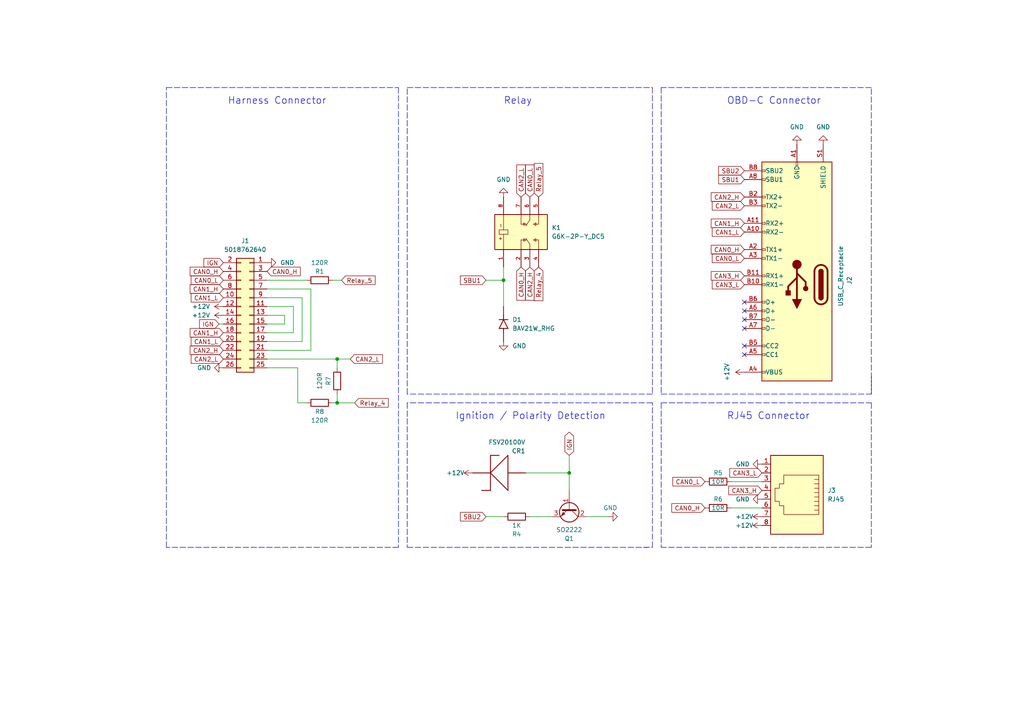
<source format=kicad_sch>
(kicad_sch (version 20211123) (generator eeschema)
  (paper "A4")
  (title_block (title "OBD-C Relay") (company "loetkolben"))
  (lib_symbols
    (symbol "BAV21W_RHG:BAV21W_RHG" (pin_numbers hide) (pin_names (offset 1.016) hide)
      (property "Reference" "D" (at -5.08 2.54 0))
      (property "Value" "BAV21W_RHG" (at -5.08 -3.81 0))
      (symbol "BAV21W_RHG_0_0"
        (polyline (pts (xy -2.54 0) (xy -1.27 0)) (stroke (width 0.254)))
        (polyline (pts (xy -1.27 -1.27) (xy 1.27 0)) (stroke (width 0.254)))
        (polyline (pts (xy -1.27 0) (xy -1.27 -1.27)) (stroke (width 0.254)))
        (polyline (pts (xy -1.27 1.27) (xy -1.27 0)) (stroke (width 0.254)))
        (polyline (pts (xy 1.27 0) (xy -1.27 1.27)) (stroke (width 0.254)))
        (polyline (pts (xy 1.27 0) (xy 1.27 -1.27)) (stroke (width 0.254)))
        (polyline (pts (xy 1.27 0) (xy 2.54 0)) (stroke (width 0.254)))
        (polyline (pts (xy 1.27 1.27) (xy 1.27 0)) (stroke (width 0.254)))
        (pin passive line (at -5.08 0 0) (length 2.54) (name "~") (number "A"))
        (pin passive line (at 5.08 0 180) (length 2.54) (name "~") (number "C"))
      )
    )
    (symbol "Connector:RJ45" (pin_names (offset 1.016))
      (property "Reference" "J" (at -5.08 13.97 0))
      (property "Value" "RJ45" (at 2.54 13.97 0))
      (symbol "RJ45_0_1"
        (polyline (pts (xy -5.08 4.445) (xy -6.35 4.445)))
        (polyline (pts (xy -5.08 5.715) (xy -6.35 5.715)))
        (polyline (pts (xy -6.35 -3.175) (xy -5.08 -3.175) (xy -5.08 -3.175)))
        (polyline (pts (xy -6.35 -1.905) (xy -5.08 -1.905) (xy -5.08 -1.905)))
        (polyline (pts (xy -6.35 -0.635) (xy -5.08 -0.635) (xy -5.08 -0.635)))
        (polyline (pts (xy -6.35 0.635) (xy -5.08 0.635) (xy -5.08 0.635)))
        (polyline (pts (xy -6.35 1.905) (xy -5.08 1.905) (xy -5.08 1.905)))
        (polyline (pts (xy -5.08 3.175) (xy -6.35 3.175) (xy -6.35 3.175)))
        (polyline (pts (xy -6.35 -4.445) (xy -6.35 6.985) (xy 3.81 6.985) (xy 3.81 4.445) (xy 5.08 4.445) (xy 5.08 3.175) (xy 6.35 3.175) (xy 6.35 -0.635) (xy 5.08 -0.635) (xy 5.08 -1.905) (xy 3.81 -1.905) (xy 3.81 -4.445) (xy -6.35 -4.445) (xy -6.35 -4.445)))
        (rectangle (start 7.62 12.7) (end -7.62 -10.16) (stroke (width 0.254)) (fill (type background)))
      )
      (symbol "RJ45_1_1"
        (pin passive line (at 10.16 -7.62 180) (length 2.54) (name "~") (number "1"))
        (pin passive line (at 10.16 -5.08 180) (length 2.54) (name "~") (number "2"))
        (pin passive line (at 10.16 -2.54 180) (length 2.54) (name "~") (number "3"))
        (pin passive line (at 10.16 0 180) (length 2.54) (name "~") (number "4"))
        (pin passive line (at 10.16 2.54 180) (length 2.54) (name "~") (number "5"))
        (pin passive line (at 10.16 5.08 180) (length 2.54) (name "~") (number "6"))
        (pin passive line (at 10.16 7.62 180) (length 2.54) (name "~") (number "7"))
        (pin passive line (at 10.16 10.16 180) (length 2.54) (name "~") (number "8"))
      )
    )
    (symbol "Connector:USB_C_Receptacle" (pin_names (offset 1.016))
      (property "Reference" "J" (at -10.16 29.21 0))
      (property "Value" "USB_C_Receptacle" (at 10.16 29.21 0))
      (symbol "USB_C_Receptacle_0_0"
        (rectangle (start -0.254 -35.56) (end 0.254 -34.544))
        (rectangle (start 10.16 -32.766) (end 9.144 -33.274))
        (rectangle (start 10.16 -30.226) (end 9.144 -30.734))
        (rectangle (start 10.16 -25.146) (end 9.144 -25.654))
        (rectangle (start 10.16 -22.606) (end 9.144 -23.114))
        (rectangle (start 10.16 -17.526) (end 9.144 -18.034))
        (rectangle (start 10.16 -14.986) (end 9.144 -15.494))
        (rectangle (start 10.16 -9.906) (end 9.144 -10.414))
        (rectangle (start 10.16 -7.366) (end 9.144 -7.874))
        (rectangle (start 10.16 -2.286) (end 9.144 -2.794))
        (rectangle (start 10.16 0.254) (end 9.144 -0.254))
        (rectangle (start 10.16 5.334) (end 9.144 4.826))
        (rectangle (start 10.16 7.874) (end 9.144 7.366))
        (rectangle (start 10.16 10.414) (end 9.144 9.906))
        (rectangle (start 10.16 12.954) (end 9.144 12.446))
        (rectangle (start 10.16 18.034) (end 9.144 17.526))
        (rectangle (start 10.16 20.574) (end 9.144 20.066))
        (rectangle (start 10.16 25.654) (end 9.144 25.146))
      )
      (symbol "USB_C_Receptacle_0_1"
        (rectangle (start -10.16 27.94) (end 10.16 -35.56) (stroke (width 0.254)) (fill (type background)))
        (arc (start -8.89 -3.81) (mid -6.985 -5.715) (end -5.08 -3.81) (stroke (width 0.508)))
        (arc (start -7.62 -3.81) (mid -6.985 -4.445) (end -6.35 -3.81) (stroke (width 0.254)))
        (arc (start -7.62 -3.81) (mid -6.985 -4.445) (end -6.35 -3.81) (stroke (width 0.254)) (fill (type outline)))
        (rectangle (start -7.62 -3.81) (end -6.35 3.81) (stroke (width 0.254)) (fill (type outline)))
        (arc (start -6.35 3.81) (mid -6.985 4.445) (end -7.62 3.81) (stroke (width 0.254)))
        (arc (start -6.35 3.81) (mid -6.985 4.445) (end -7.62 3.81) (stroke (width 0.254)) (fill (type outline)))
        (arc (start -5.08 3.81) (mid -6.985 5.715) (end -8.89 3.81) (stroke (width 0.508)))
        (polyline (pts (xy -8.89 -3.81) (xy -8.89 3.81)) (stroke (width 0.508)))
        (polyline (pts (xy -5.08 3.81) (xy -5.08 -3.81)) (stroke (width 0.508)))
      )
      (symbol "USB_C_Receptacle_1_1"
        (circle (center -2.54 1.143) (radius 0.635) (stroke (width 0.254)) (fill (type outline)))
        (circle (center 0 -5.842) (radius 1.27) (fill (type outline)))
        (polyline (pts (xy 0 -5.842) (xy 0 4.318)) (stroke (width 0.508)))
        (polyline (pts (xy 0 -3.302) (xy -2.54 -0.762) (xy -2.54 0.508)) (stroke (width 0.508)))
        (polyline (pts (xy 0 -2.032) (xy 2.54 0.508) (xy 2.54 1.778)) (stroke (width 0.508)))
        (polyline (pts (xy -1.27 4.318) (xy 0 6.858) (xy 1.27 4.318) (xy -1.27 4.318)) (stroke (width 0.254)) (fill (type outline)))
        (rectangle (start 1.905 1.778) (end 3.175 3.048) (stroke (width 0.254)) (fill (type outline)))
        (pin passive line (at 0 -40.64 90) (length 5.08) (name "GND") (number "A1"))
        (pin bidirectional line (at 15.24 -15.24 180) (length 5.08) (name "RX2-") (number "A10"))
        (pin bidirectional line (at 15.24 -17.78 180) (length 5.08) (name "RX2+") (number "A11"))
        (pin passive line (at 0 -40.64 90) (length 5.08) hide (name "GND") (number "A12"))
        (pin bidirectional line (at 15.24 -10.16 180) (length 5.08) (name "TX1+") (number "A2"))
        (pin bidirectional line (at 15.24 -7.62 180) (length 5.08) (name "TX1-") (number "A3"))
        (pin passive line (at 15.24 25.4 180) (length 5.08) (name "VBUS") (number "A4"))
        (pin bidirectional line (at 15.24 20.32 180) (length 5.08) (name "CC1") (number "A5"))
        (pin bidirectional line (at 15.24 7.62 180) (length 5.08) (name "D+") (number "A6"))
        (pin bidirectional line (at 15.24 12.7 180) (length 5.08) (name "D-") (number "A7"))
        (pin bidirectional line (at 15.24 -30.48 180) (length 5.08) (name "SBU1") (number "A8"))
        (pin passive line (at 15.24 25.4 180) (length 5.08) hide (name "VBUS") (number "A9"))
        (pin passive line (at 0 -40.64 90) (length 5.08) hide (name "GND") (number "B1"))
        (pin bidirectional line (at 15.24 0 180) (length 5.08) (name "RX1-") (number "B10"))
        (pin bidirectional line (at 15.24 -2.54 180) (length 5.08) (name "RX1+") (number "B11"))
        (pin passive line (at 0 -40.64 90) (length 5.08) hide (name "GND") (number "B12"))
        (pin bidirectional line (at 15.24 -25.4 180) (length 5.08) (name "TX2+") (number "B2"))
        (pin bidirectional line (at 15.24 -22.86 180) (length 5.08) (name "TX2-") (number "B3"))
        (pin passive line (at 15.24 25.4 180) (length 5.08) hide (name "VBUS") (number "B4"))
        (pin bidirectional line (at 15.24 17.78 180) (length 5.08) (name "CC2") (number "B5"))
        (pin bidirectional line (at 15.24 5.08 180) (length 5.08) (name "D+") (number "B6"))
        (pin bidirectional line (at 15.24 10.16 180) (length 5.08) (name "D-") (number "B7"))
        (pin bidirectional line (at 15.24 -33.02 180) (length 5.08) (name "SBU2") (number "B8"))
        (pin passive line (at 15.24 25.4 180) (length 5.08) hide (name "VBUS") (number "B9"))
        (pin passive line (at -7.62 -40.64 90) (length 5.08) (name "SHIELD") (number "S1"))
      )
    )
    (symbol "Connector_Generic:Conn_02x13_Odd_Even" (pin_names (offset 1.016) hide)
      (property "Reference" "J" (at 1.27 17.78 0))
      (property "Value" "Conn_02x13_Odd_Even" (at 1.27 -17.78 0))
      (symbol "Conn_02x13_Odd_Even_1_1"
        (rectangle (start -1.27 -15.113) (end 0 -15.367) (stroke (width 0.1524)))
        (rectangle (start -1.27 -12.573) (end 0 -12.827) (stroke (width 0.1524)))
        (rectangle (start -1.27 -10.033) (end 0 -10.287) (stroke (width 0.1524)))
        (rectangle (start -1.27 -7.493) (end 0 -7.747) (stroke (width 0.1524)))
        (rectangle (start -1.27 -4.953) (end 0 -5.207) (stroke (width 0.1524)))
        (rectangle (start -1.27 -2.413) (end 0 -2.667) (stroke (width 0.1524)))
        (rectangle (start -1.27 0.127) (end 0 -0.127) (stroke (width 0.1524)))
        (rectangle (start -1.27 2.667) (end 0 2.413) (stroke (width 0.1524)))
        (rectangle (start -1.27 5.207) (end 0 4.953) (stroke (width 0.1524)))
        (rectangle (start -1.27 7.747) (end 0 7.493) (stroke (width 0.1524)))
        (rectangle (start -1.27 10.287) (end 0 10.033) (stroke (width 0.1524)))
        (rectangle (start -1.27 12.827) (end 0 12.573) (stroke (width 0.1524)))
        (rectangle (start -1.27 15.367) (end 0 15.113) (stroke (width 0.1524)))
        (rectangle (start -1.27 16.51) (end 3.81 -16.51) (stroke (width 0.254)) (fill (type background)))
        (rectangle (start 3.81 -15.113) (end 2.54 -15.367) (stroke (width 0.1524)))
        (rectangle (start 3.81 -12.573) (end 2.54 -12.827) (stroke (width 0.1524)))
        (rectangle (start 3.81 -10.033) (end 2.54 -10.287) (stroke (width 0.1524)))
        (rectangle (start 3.81 -7.493) (end 2.54 -7.747) (stroke (width 0.1524)))
        (rectangle (start 3.81 -4.953) (end 2.54 -5.207) (stroke (width 0.1524)))
        (rectangle (start 3.81 -2.413) (end 2.54 -2.667) (stroke (width 0.1524)))
        (rectangle (start 3.81 0.127) (end 2.54 -0.127) (stroke (width 0.1524)))
        (rectangle (start 3.81 2.667) (end 2.54 2.413) (stroke (width 0.1524)))
        (rectangle (start 3.81 5.207) (end 2.54 4.953) (stroke (width 0.1524)))
        (rectangle (start 3.81 7.747) (end 2.54 7.493) (stroke (width 0.1524)))
        (rectangle (start 3.81 10.287) (end 2.54 10.033) (stroke (width 0.1524)))
        (rectangle (start 3.81 12.827) (end 2.54 12.573) (stroke (width 0.1524)))
        (rectangle (start 3.81 15.367) (end 2.54 15.113) (stroke (width 0.1524)))
        (pin passive line (at -5.08 15.24 0) (length 3.81) (name "Pin_1") (number "1"))
        (pin passive line (at 7.62 5.08 180) (length 3.81) (name "Pin_10") (number "10"))
        (pin passive line (at -5.08 2.54 0) (length 3.81) (name "Pin_11") (number "11"))
        (pin passive line (at 7.62 2.54 180) (length 3.81) (name "Pin_12") (number "12"))
        (pin passive line (at -5.08 0 0) (length 3.81) (name "Pin_13") (number "13"))
        (pin passive line (at 7.62 0 180) (length 3.81) (name "Pin_14") (number "14"))
        (pin passive line (at -5.08 -2.54 0) (length 3.81) (name "Pin_15") (number "15"))
        (pin passive line (at 7.62 -2.54 180) (length 3.81) (name "Pin_16") (number "16"))
        (pin passive line (at -5.08 -5.08 0) (length 3.81) (name "Pin_17") (number "17"))
        (pin passive line (at 7.62 -5.08 180) (length 3.81) (name "Pin_18") (number "18"))
        (pin passive line (at -5.08 -7.62 0) (length 3.81) (name "Pin_19") (number "19"))
        (pin passive line (at 7.62 15.24 180) (length 3.81) (name "Pin_2") (number "2"))
        (pin passive line (at 7.62 -7.62 180) (length 3.81) (name "Pin_20") (number "20"))
        (pin passive line (at -5.08 -10.16 0) (length 3.81) (name "Pin_21") (number "21"))
        (pin passive line (at 7.62 -10.16 180) (length 3.81) (name "Pin_22") (number "22"))
        (pin passive line (at -5.08 -12.7 0) (length 3.81) (name "Pin_23") (number "23"))
        (pin passive line (at 7.62 -12.7 180) (length 3.81) (name "Pin_24") (number "24"))
        (pin passive line (at -5.08 -15.24 0) (length 3.81) (name "Pin_25") (number "25"))
        (pin passive line (at 7.62 -15.24 180) (length 3.81) (name "Pin_26") (number "26"))
        (pin passive line (at -5.08 12.7 0) (length 3.81) (name "Pin_3") (number "3"))
        (pin passive line (at 7.62 12.7 180) (length 3.81) (name "Pin_4") (number "4"))
        (pin passive line (at -5.08 10.16 0) (length 3.81) (name "Pin_5") (number "5"))
        (pin passive line (at 7.62 10.16 180) (length 3.81) (name "Pin_6") (number "6"))
        (pin passive line (at -5.08 7.62 0) (length 3.81) (name "Pin_7") (number "7"))
        (pin passive line (at 7.62 7.62 180) (length 3.81) (name "Pin_8") (number "8"))
        (pin passive line (at -5.08 5.08 0) (length 3.81) (name "Pin_9") (number "9"))
      )
    )
    (symbol "Device:Q_NPN_BCE" (pin_names (offset 0) hide)
      (property "Reference" "Q" (at 5.08 1.27 0))
      (property "Value" "Q_NPN_BCE" (at 5.08 -1.27 0))
      (symbol "Q_NPN_BCE_0_1"
        (polyline (pts (xy 0.635 0.635) (xy 2.54 2.54)))
        (polyline (pts (xy 0.635 -0.635) (xy 2.54 -2.54) (xy 2.54 -2.54)))
        (polyline (pts (xy 0.635 1.905) (xy 0.635 -1.905) (xy 0.635 -1.905)) (stroke (width 0.508)))
        (polyline (pts (xy 1.27 -1.778) (xy 1.778 -1.27) (xy 2.286 -2.286) (xy 1.27 -1.778) (xy 1.27 -1.778)) (fill (type outline)))
        (circle (center 1.27 0) (radius 2.8194) (stroke (width 0.254)))
      )
      (symbol "Q_NPN_BCE_1_1"
        (pin input line (at -5.08 0 0) (length 5.715) (name "B") (number "1"))
        (pin passive line (at 2.54 5.08 270) (length 2.54) (name "C") (number "2"))
        (pin passive line (at 2.54 -5.08 90) (length 2.54) (name "E") (number "3"))
      )
    )
    (symbol "Device:R" (pin_numbers hide) (pin_names (offset 0))
      (property "Reference" "R" (at 2.032 0 90))
      (property "Value" "R" (at 0 0 90))
      (symbol "R_0_1"
        (rectangle (start -1.016 -2.54) (end 1.016 2.54) (stroke (width 0.254)))
      )
      (symbol "R_1_1"
        (pin passive line (at 0 3.81 270) (length 1.27) (name "~") (number "1"))
        (pin passive line (at 0 -3.81 90) (length 1.27) (name "~") (number "2"))
      )
    )
    (symbol "FSV20100V:FSV20100V" (pin_numbers hide) (pin_names (offset 1.016) hide)
      (property "Reference" "CR" (at 7.62 10.16 0))
      (property "Value" "FSV20100V" (at 7.62 7.62 0))
      (symbol "FSV20100V_0_0"
        (polyline (pts (xy -5.08 5.08) (xy 0 5.08)) (stroke (width 0.254)))
        (polyline (pts (xy -5.08 10.16) (xy 0 10.16)) (stroke (width 0.254)))
        (polyline (pts (xy -5.08 12.7) (xy -5.08 10.16)) (stroke (width 0.254)))
        (polyline (pts (xy 0 0) (xy 0 5.08)) (stroke (width 0.254)))
        (polyline (pts (xy 0 5.08) (xy 5.08 5.08)) (stroke (width 0.254)))
        (polyline (pts (xy 0 10.16) (xy -5.08 5.08)) (stroke (width 0.254)))
        (polyline (pts (xy 0 10.16) (xy 0 15.24)) (stroke (width 0.254)))
        (polyline (pts (xy 0 10.16) (xy 5.08 10.16)) (stroke (width 0.254)))
        (polyline (pts (xy 5.08 5.08) (xy 0 10.16)) (stroke (width 0.254)))
        (polyline (pts (xy 5.08 10.16) (xy 5.08 7.62)) (stroke (width 0.254)))
        (pin bidirectional line (at 0 0 0) (length 0) (name "~") (number "1"))
        (pin bidirectional line (at 0 0 0) (length 0) (name "~") (number "2"))
        (pin bidirectional line (at 0 15.24 0) (length 0) (name "~") (number "3"))
      )
    )
    (symbol "G6K-2P-Y_DC3:G6K-2P-Y_DC3" (pin_names (offset 1.016) hide)
      (property "Reference" "K" (at -5.207 8.255 0))
      (property "Value" "G6K-2P-Y_DC3" (at -5.08 -10.16 0))
      (symbol "G6K-2P-Y_DC3_0_0"
        (rectangle (start -5.08 -7.62) (end 5.08 7.62) (stroke (width 0.254)) (fill (type background)))
        (polyline (pts (xy -5.08 -2.54) (xy -3.556 -2.54)) (stroke (width 0.1524)))
        (polyline (pts (xy -5.08 5.08) (xy -0.635 5.08)) (stroke (width 0.1524)))
        (polyline (pts (xy -3.556 -2.54) (xy -1.778 -1.397)) (stroke (width 0.1524)))
        (polyline (pts (xy -2.286 -5.08) (xy -5.08 -5.08)) (stroke (width 0.1524)))
        (polyline (pts (xy -2.286 -5.08) (xy -2.286 -4.064)) (stroke (width 0.1524)))
        (polyline (pts (xy -2.286 0) (xy -5.08 0)) (stroke (width 0.1524)))
        (polyline (pts (xy -2.286 0) (xy -2.286 -1.016)) (stroke (width 0.1524)))
        (polyline (pts (xy -2.286 5.969) (xy -1.524 5.969)) (stroke (width 0.1524)))
        (polyline (pts (xy -1.905 6.35) (xy -1.905 5.588)) (stroke (width 0.1524)))
        (polyline (pts (xy -0.635 3.81) (xy -0.635 5.08)) (stroke (width 0.1524)))
        (polyline (pts (xy -0.635 5.08) (xy -0.635 6.35)) (stroke (width 0.1524)))
        (polyline (pts (xy -0.635 6.35) (xy 0.635 6.35)) (stroke (width 0.1524)))
        (polyline (pts (xy 0.635 3.81) (xy -0.635 3.81)) (stroke (width 0.1524)))
        (polyline (pts (xy 0.635 5.08) (xy 0.635 3.81)) (stroke (width 0.1524)))
        (polyline (pts (xy 0.635 5.08) (xy 5.08 5.08)) (stroke (width 0.1524)))
        (polyline (pts (xy 0.635 6.35) (xy 0.635 5.08)) (stroke (width 0.1524)))
        (polyline (pts (xy 1.524 5.842) (xy 2.286 5.842)) (stroke (width 0.1524)))
        (polyline (pts (xy 2.286 -5.08) (xy 2.286 -4.064)) (stroke (width 0.1524)))
        (polyline (pts (xy 2.286 -5.08) (xy 5.08 -5.08)) (stroke (width 0.1524)))
        (polyline (pts (xy 2.286 0) (xy 2.286 -1.016)) (stroke (width 0.1524)))
        (polyline (pts (xy 2.286 0) (xy 5.08 0)) (stroke (width 0.1524)))
        (polyline (pts (xy 3.556 -2.54) (xy 1.778 -1.397)) (stroke (width 0.1524)))
        (polyline (pts (xy 5.08 -2.54) (xy 3.556 -2.54)) (stroke (width 0.1524)))
        (polyline (pts (xy -2.667 -4.318) (xy -1.905 -4.318) (xy -2.286 -3.556) (xy -2.667 -4.318)) (stroke (width 0.1524)) (fill (type background)))
        (polyline (pts (xy -2.667 -0.762) (xy -1.905 -0.762) (xy -2.286 -1.524) (xy -2.667 -0.762)) (stroke (width 0.1524)) (fill (type background)))
        (polyline (pts (xy 2.667 -4.318) (xy 1.905 -4.318) (xy 2.286 -3.556) (xy 2.667 -4.318)) (stroke (width 0.1524)) (fill (type background)))
        (polyline (pts (xy 2.667 -0.762) (xy 1.905 -0.762) (xy 2.286 -1.524) (xy 2.667 -0.762)) (stroke (width 0.1524)) (fill (type background)))
        (pin passive line (at -10.16 5.08 0) (length 5.08) (name "~") (number "1"))
        (pin passive line (at -10.16 0 0) (length 5.08) (name "~") (number "2"))
        (pin passive line (at -10.16 -2.54 0) (length 5.08) (name "~") (number "3"))
        (pin passive line (at -10.16 -5.08 0) (length 5.08) (name "~") (number "4"))
        (pin passive line (at 10.16 -5.08 180) (length 5.08) (name "~") (number "5"))
        (pin passive line (at 10.16 -2.54 180) (length 5.08) (name "~") (number "6"))
        (pin passive line (at 10.16 0 180) (length 5.08) (name "~") (number "7"))
        (pin passive line (at 10.16 5.08 180) (length 5.08) (name "~") (number "8"))
      )
    )
    (symbol "power:+12V" (power) (pin_names (offset 0))
      (property "Value" "+12V" (at 0 3.556 0))
      (symbol "+12V_0_1"
        (polyline (pts (xy -0.762 1.27) (xy 0 2.54)))
        (polyline (pts (xy 0 0) (xy 0 2.54)))
        (polyline (pts (xy 0 2.54) (xy 0.762 1.27)))
      )
      (symbol "+12V_1_1"
        (pin power_in line (at 0 0 90) (length 0) hide (name "+12V") (number "1"))
      )
    )
    (symbol "power:GND" (power) (pin_names (offset 0))
      (property "Value" "GND" (at 0 -3.81 0))
      (symbol "GND_0_1"
        (polyline (pts (xy 0 0) (xy 0 -1.27) (xy 1.27 -1.27) (xy 0 -2.54) (xy -1.27 -1.27) (xy 0 -1.27)))
      )
      (symbol "GND_1_1"
        (pin power_in line (at 0 0 270) (length 0) hide (name "GND") (number "1"))
      )
    )
  )
  (junction (at 165.1 137.16))
  (junction (at 146.05 81.28))
  (junction (at 97.79 104.14))
  (junction (at 97.79 116.84))
  (no_connect (at 215.9 102.87))
  (no_connect (at 215.9 100.33))
  (no_connect (at 215.9 95.25))
  (no_connect (at 215.9 90.17))
  (no_connect (at 215.9 87.63))
  (no_connect (at 215.9 92.71))
  (polyline (pts (xy 252.73 25.4) (xy 191.77 25.4)))
  (polyline (pts (xy 118.11 158.75) (xy 187.96 158.75)))
  (wire (pts (xy 146.05 149.86) (xy 140.97 149.86)))
  (polyline (pts (xy 252.73 158.75) (xy 191.77 158.75)))
  (wire (pts (xy 77.47 93.98) (xy 82.55 93.98)))
  (wire (pts (xy 146.05 77.47) (xy 146.05 81.28)))
  (polyline (pts (xy 191.77 25.4) (xy 191.77 114.3)))
  (polyline (pts (xy 191.77 114.3) (xy 252.73 114.3)))
  (wire (pts (xy 77.47 88.9) (xy 85.09 88.9)))
  (polyline (pts (xy 186.69 158.75) (xy 189.23 158.75)))
  (wire (pts (xy 87.63 86.36) (xy 77.47 86.36)))
  (wire (pts (xy 165.1 137.16) (xy 165.1 142.24)))
  (polyline (pts (xy 189.23 114.3) (xy 118.11 114.3)))
  (polyline (pts (xy 189.23 116.84) (xy 118.11 116.84)))
  (wire (pts (xy 63.5 93.98) (xy 64.77 93.98)))
  (wire (pts (xy 146.05 81.28) (xy 146.05 88.9)))
  (wire (pts (xy 96.52 81.28) (xy 99.06 81.28)))
  (wire (pts (xy 97.79 116.84) (xy 102.87 116.84)))
  (wire (pts (xy 176.53 149.86) (xy 170.18 149.86)))
  (polyline (pts (xy 118.11 25.4) (xy 189.23 25.4)))
  (polyline (pts (xy 191.77 116.84) (xy 191.77 158.75)))
  (wire (pts (xy 77.47 96.52) (xy 85.09 96.52)))
  (wire (pts (xy 77.47 106.68) (xy 86.36 106.68)))
  (wire (pts (xy 96.52 116.84) (xy 97.79 116.84)))
  (wire (pts (xy 97.79 104.14) (xy 101.6 104.14)))
  (wire (pts (xy 212.09 139.7) (xy 220.98 139.7)))
  (wire (pts (xy 212.09 147.32) (xy 220.98 147.32)))
  (polyline (pts (xy 189.23 25.4) (xy 189.23 114.3)))
  (wire (pts (xy 152.4 137.16) (xy 165.1 137.16)))
  (wire (pts (xy 77.47 81.28) (xy 88.9 81.28)))
  (polyline (pts (xy 252.73 116.84) (xy 252.73 158.75)))
  (wire (pts (xy 85.09 88.9) (xy 85.09 96.52)))
  (wire (pts (xy 82.55 93.98) (xy 82.55 91.44)))
  (polyline (pts (xy 252.73 114.3) (xy 252.73 25.4)))
  (wire (pts (xy 160.02 149.86) (xy 153.67 149.86)))
  (polyline (pts (xy 118.11 114.3) (xy 118.11 25.4)))
  (wire (pts (xy 87.63 99.06) (xy 87.63 86.36)))
  (polyline (pts (xy 189.23 158.75) (xy 189.23 116.84)))
  (wire (pts (xy 86.36 106.68) (xy 86.36 116.84)))
  (wire (pts (xy 77.47 99.06) (xy 87.63 99.06)))
  (wire (pts (xy 90.17 83.82) (xy 90.17 101.6)))
  (wire (pts (xy 82.55 91.44) (xy 77.47 91.44)))
  (polyline (pts (xy 252.73 109.22) (xy 252.73 114.3)))
  (polyline (pts (xy 48.26 158.75) (xy 48.26 25.4)))
  (wire (pts (xy 140.97 81.28) (xy 146.05 81.28)))
  (polyline (pts (xy 48.26 25.4) (xy 115.57 25.4)))
  (wire (pts (xy 77.47 83.82) (xy 90.17 83.82)))
  (polyline (pts (xy 118.11 116.84) (xy 118.11 158.75)))
  (polyline (pts (xy 191.77 116.84) (xy 252.73 116.84)))
  (wire (pts (xy 97.79 114.3) (xy 97.79 116.84)))
  (polyline (pts (xy 115.57 25.4) (xy 115.57 158.75)))
  (wire (pts (xy 90.17 101.6) (xy 77.47 101.6)))
  (polyline (pts (xy 115.57 158.75) (xy 48.26 158.75)))
  (wire (pts (xy 97.79 106.68) (xy 97.79 104.14)))
  (wire (pts (xy 165.1 132.08) (xy 165.1 137.16)))
  (wire (pts (xy 77.47 104.14) (xy 97.79 104.14)))
  (wire (pts (xy 86.36 116.84) (xy 88.9 116.84)))
  (text "Harness Connector" (at 66.04 30.48 0) (effects (font (size 2 2)) (justify left bottom)))
  (text "Ignition / Polarity Detection" (at 132.08 121.92 0) (effects (font (size 2 2)) (justify left bottom)))
  (text "OBD-C Connector" (at 210.82 30.48 0) (effects (font (size 2 2)) (justify left bottom)))
  (text "RJ45 Connector\n" (at 210.82 121.92 0) (effects (font (size 2 2)) (justify left bottom)))
  (text "Relay" (at 146.05 30.48 0) (effects (font (size 2 2)) (justify left bottom)))
  (global_label "CAN2_H" (shape input) (at 64.77 101.6 180) (property "Intersheet References" "${INTERSHEET_REFS}" (effects hide)))
  (global_label "SBU2" (shape input) (at 140.97 149.86 180) (property "Intersheet References" "${INTERSHEET_REFS}" (effects hide)))
  (global_label "CAN1_L" (shape input) (at 215.9 67.31 180) (property "Intersheet References" "${INTERSHEET_REFS}" (effects hide)))
  (global_label "SBU2" (shape input) (at 215.9 49.53 180) (property "Intersheet References" "${INTERSHEET_REFS}" (effects hide)))
  (global_label "CAN0_H" (shape input) (at 204.47 147.32 180) (property "Intersheet References" "${INTERSHEET_REFS}" (effects hide)))
  (global_label "CAN1_H" (shape input) (at 64.77 96.52 180) (property "Intersheet References" "${INTERSHEET_REFS}" (effects hide)))
  (global_label "CAN1_L" (shape input) (at 64.77 86.36 180) (property "Intersheet References" "${INTERSHEET_REFS}" (effects hide)))
  (global_label "CAN3_L" (shape input) (at 220.98 137.16 180) (property "Intersheet References" "${INTERSHEET_REFS}" (effects hide)))
  (global_label "SBU1" (shape input) (at 215.9 52.07 180) (property "Intersheet References" "${INTERSHEET_REFS}" (effects hide)))
  (global_label "IGN" (shape input) (at 63.5 93.98 180) (property "Intersheet References" "${INTERSHEET_REFS}" (effects hide)))
  (global_label "IGN" (shape input) (at 64.77 76.2 180) (property "Intersheet References" "${INTERSHEET_REFS}" (effects hide)))
  (global_label "CAN3_H" (shape input) (at 215.9 80.01 180) (property "Intersheet References" "${INTERSHEET_REFS}" (effects hide)))
  (global_label "CAN3_H" (shape input) (at 220.98 142.24 180) (property "Intersheet References" "${INTERSHEET_REFS}" (effects hide)))
  (global_label "CAN1_H" (shape input) (at 215.9 64.77 180) (property "Intersheet References" "${INTERSHEET_REFS}" (effects hide)))
  (global_label "CAN0_H" (shape input) (at 215.9 72.39 180) (property "Intersheet References" "${INTERSHEET_REFS}" (effects hide)))
  (global_label "CAN3_L" (shape input) (at 215.9 82.55 180) (property "Intersheet References" "${INTERSHEET_REFS}" (effects hide)))
  (global_label "CAN0_H" (shape input) (at 151.13 77.47 270) (property "Intersheet References" "${INTERSHEET_REFS}" (effects hide)))
  (global_label "IGN" (shape bidirectional) (at 165.1 132.08 90) (property "Intersheet References" "${INTERSHEET_REFS}" (effects hide)))
  (global_label "SBU1" (shape input) (at 140.97 81.28 180) (property "Intersheet References" "${INTERSHEET_REFS}" (effects hide)))
  (global_label "CAN2_L" (shape input) (at 215.9 59.69 180) (property "Intersheet References" "${INTERSHEET_REFS}" (effects hide)))
  (global_label "CAN0_L" (shape input) (at 64.77 81.28 180) (property "Intersheet References" "${INTERSHEET_REFS}" (effects hide)))
  (global_label "CAN2_H" (shape input) (at 153.67 77.47 270) (property "Intersheet References" "${INTERSHEET_REFS}" (effects hide)))
  (global_label "Relay_4" (shape input) (at 156.21 77.47 270) (property "Intersheet References" "${INTERSHEET_REFS}" (effects hide)))
  (global_label "CAN2_L" (shape input) (at 151.13 57.15 90) (property "Intersheet References" "${INTERSHEET_REFS}" (effects hide)))
  (global_label "Relay_5" (shape input) (at 99.06 81.28 0) (property "Intersheet References" "${INTERSHEET_REFS}" (effects hide)))
  (global_label "CAN0_L" (shape input) (at 204.47 139.7 180) (property "Intersheet References" "${INTERSHEET_REFS}" (effects hide)))
  (global_label "CAN2_L" (shape input) (at 101.6 104.14 0) (property "Intersheet References" "${INTERSHEET_REFS}" (effects hide)))
  (global_label "CAN2_H" (shape input) (at 215.9 57.15 180) (property "Intersheet References" "${INTERSHEET_REFS}" (effects hide)))
  (global_label "Relay_4" (shape input) (at 102.87 116.84 0) (property "Intersheet References" "${INTERSHEET_REFS}" (effects hide)))
  (global_label "CAN0_L" (shape input) (at 215.9 74.93 180) (property "Intersheet References" "${INTERSHEET_REFS}" (effects hide)))
  (global_label "CAN1_L" (shape input) (at 64.77 99.06 180) (property "Intersheet References" "${INTERSHEET_REFS}" (effects hide)))
  (global_label "CAN1_H" (shape input) (at 64.77 83.82 180) (property "Intersheet References" "${INTERSHEET_REFS}" (effects hide)))
  (global_label "CAN0_L" (shape input) (at 153.67 57.15 90) (property "Intersheet References" "${INTERSHEET_REFS}" (effects hide)))
  (global_label "CAN0_H" (shape input) (at 64.77 78.74 180) (property "Intersheet References" "${INTERSHEET_REFS}" (effects hide)))
  (global_label "CAN0_H" (shape input) (at 77.47 78.74 0) (property "Intersheet References" "${INTERSHEET_REFS}" (effects hide)))
  (global_label "CAN2_L" (shape input) (at 64.77 104.14 180) (property "Intersheet References" "${INTERSHEET_REFS}" (effects hide)))
  (global_label "Relay_5" (shape input) (at 156.21 57.15 90) (property "Intersheet References" "${INTERSHEET_REFS}" (effects hide)))
  (symbol (lib_id "Device:Q_NPN_BCE") (at 165.1 147.32 270) (unit 1)
    (property "Reference" "Q1" (at 165.1 156.21 90))
    (property "Value" "SO2222" (at 165.1 153.67 90))
    (property "Footprint" "Package_TO_SOT_SMD:SOT-23" (effects hide))
  )
  (symbol (lib_id "BAV21W_RHG:BAV21W_RHG") (at 146.05 93.98 90) (unit 1)
    (property "Reference" "D1" (at 148.59 92.7099 90) (effects (justify right)))
    (property "Value" "BAV21W_RHG" (at 148.59 95.2499 90) (effects (justify right)))
    (property "Footprint" "Relay:DIO_BAV21W_RHG" (effects hide))
    (property "MAXIMUM_PACKAGE_HEIGHT" "1.15 mm" (effects hide))
    (property "MANUFACTURER" "Taiwan Semiconductor" (effects hide))
    (property "PARTREV" "K1804" (effects hide))
    (property "STANDARD" "Manufacturer Recommendations" (effects hide))
  )
  (symbol (lib_id "Device:R") (at 208.28 147.32 90) (unit 1)
    (property "Reference" "R6" (at 208.28 144.78 90))
    (property "Value" "10R" (at 208.28 147.32 90))
    (property "Footprint" "Resistor_SMD:R_2010_5025Metric_Pad1.40x2.65mm_HandSolder" (effects hide))
  )
  (symbol (lib_id "FSV20100V:FSV20100V") (at 152.4 137.16 90) (unit 1)
    (property "Reference" "CR1" (at 152.4 130.81 90) (effects (justify left)))
    (property "Value" "FSV20100V" (at 152.4 128.27 90) (effects (justify left)))
    (property "Footprint" "Relay:TO-277" (effects hide))
    (property "PARTNO" "FSV20100VCT-ND" (effects hide))
  )
  (symbol (lib_id "power:+12V") (at 137.16 137.16 90) (unit 1)
    (property "Reference" "#PWR0104" (effects hide))
    (property "Value" "+12V" (at 132.08 137.16 90))
  )
  (symbol (lib_id "G6K-2P-Y_DC3:G6K-2P-Y_DC3") (at 151.13 67.31 90) (unit 1)
    (property "Reference" "K1" (at 160.02 66.0399 90) (effects (justify right)))
    (property "Value" "G6K-2P-Y_DC5" (at 160.02 68.5799 90) (effects (justify right)))
    (property "Footprint" "Relay:RELAY_G6K-2P-Y_DC3" (effects hide))
    (property "STANDARD" "Manufacturer Recommendations" (effects hide))
    (property "MAXIMUM_PACKAGE_HEIGHT" "5.3mm" (effects hide))
    (property "MANUFACTURER" "Omron" (effects hide))
    (property "PARTREV" "K106-E1-11" (effects hide))
  )
  (symbol (lib_id "Device:R") (at 92.71 116.84 270) (unit 1)
    (property "Reference" "R8" (at 92.71 119.38 90))
    (property "Value" "120R" (at 92.71 121.92 90))
    (property "Footprint" "Resistor_SMD:R_2010_5025Metric_Pad1.40x2.65mm_HandSolder" (effects hide))
  )
  (symbol (lib_id "Connector:RJ45") (at 231.14 142.24 180) (unit 1)
    (property "Reference" "J3" (at 240.03 142.2399 0) (effects (justify right)))
    (property "Value" "RJ45" (at 240.03 144.7799 0) (effects (justify right)))
    (property "Footprint" "Connector_RJ:RJ45_Amphenol_54602-x08_Horizontal" (effects hide))
  )
  (symbol (lib_id "power:GND") (at 238.76 41.91 180) (unit 1)
    (property "Reference" "#PWR0109" (effects hide))
    (property "Value" "GND" (at 238.76 36.83 0))
  )
  (symbol (lib_id "Connector:USB_C_Receptacle") (at 231.14 82.55 180) (unit 1)
    (property "Reference" "J2" (at 246.38 82.55 90) (effects (justify right)))
    (property "Value" "USB_C_Receptacle" (at 243.84 88.8999 90) (effects (justify right)))
    (property "Footprint" "Connector_USB:USB_C_Receptacle_Amphenol_12401548E4-2A" (effects hide))
    (property "Datasheet" "https://www.usb.org/sites/default/files/documents/usb_type-c.zip" (effects hide))
  )
  (symbol (lib_id "Device:R") (at 97.79 110.49 180) (unit 1)
    (property "Reference" "R7" (at 95.25 110.49 90))
    (property "Value" "120R" (at 92.71 110.49 90))
    (property "Footprint" "Resistor_SMD:R_2010_5025Metric_Pad1.40x2.65mm_HandSolder" (effects hide))
  )
  (symbol (lib_id "power:GND") (at 220.98 144.78 270) (unit 1)
    (property "Reference" "#PWR0105" (effects hide))
    (property "Value" "GND" (at 213.36 144.78 90) (effects (justify left)))
  )
  (symbol (lib_id "power:+12V") (at 220.98 152.4 90) (unit 1)
    (property "Reference" "#PWR0107" (effects hide))
    (property "Value" "+12V" (at 215.9 152.4 90))
  )
  (symbol (lib_id "power:GND") (at 220.98 134.62 270) (unit 1)
    (property "Reference" "#PWR0108" (effects hide))
    (property "Value" "GND" (at 213.36 134.62 90) (effects (justify left)))
  )
  (symbol (lib_id "power:+12V") (at 64.77 91.44 90) (unit 1)
    (property "Reference" "#PWR0114" (effects hide))
    (property "Value" "+12V" (at 60.96 91.4399 90) (effects (justify left)))
  )
  (symbol (lib_id "power:+12V") (at 215.9 107.95 90) (unit 1)
    (property "Reference" "#PWR0111" (effects hide))
    (property "Value" "+12V" (at 210.82 107.95 0))
  )
  (symbol (lib_id "power:GND") (at 64.77 106.68 270) (unit 1)
    (property "Reference" "#PWR0115" (effects hide))
    (property "Value" "GND" (at 57.15 106.68 90) (effects (justify left)))
  )
  (symbol (lib_id "power:GND") (at 146.05 57.15 180) (unit 1)
    (property "Reference" "#PWR0101" (effects hide))
    (property "Value" "GND" (at 146.05 52.07 0))
  )
  (symbol (lib_id "Device:R") (at 208.28 139.7 90) (unit 1)
    (property "Reference" "R5" (at 208.28 137.16 90))
    (property "Value" "10R" (at 208.28 139.7 90))
    (property "Footprint" "Resistor_SMD:R_2010_5025Metric_Pad1.40x2.65mm_HandSolder" (effects hide))
  )
  (symbol (lib_id "power:GND") (at 77.47 76.2 90) (unit 1)
    (property "Reference" "#PWR0112" (effects hide))
    (property "Value" "GND" (at 81.28 76.1999 90) (effects (justify right)))
  )
  (symbol (lib_id "Device:R") (at 149.86 149.86 270) (unit 1)
    (property "Reference" "R4" (at 149.86 154.94 90))
    (property "Value" "1K" (at 149.86 152.4 90))
    (property "Footprint" "Resistor_SMD:R_2010_5025Metric_Pad1.40x2.65mm_HandSolder" (effects hide))
  )
  (symbol (lib_id "Device:R") (at 92.71 81.28 90) (unit 1)
    (property "Reference" "R1" (at 92.71 78.74 90))
    (property "Value" "120R" (at 92.71 76.2 90))
    (property "Footprint" "Resistor_SMD:R_2010_5025Metric_Pad1.40x2.65mm_HandSolder" (effects hide))
  )
  (symbol (lib_id "power:GND") (at 231.14 41.91 180) (unit 1)
    (property "Reference" "#PWR0110" (effects hide))
    (property "Value" "GND" (at 231.14 36.83 0))
  )
  (symbol (lib_id "power:+12V") (at 220.98 149.86 90) (unit 1)
    (property "Reference" "#PWR0106" (effects hide))
    (property "Value" "+12V" (at 215.9 149.86 90))
  )
  (symbol (lib_id "power:GND") (at 146.05 99.06 0) (unit 1)
    (property "Reference" "#PWR0102" (effects hide))
    (property "Value" "GND" (at 148.59 100.3299 0) (effects (justify left)))
  )
  (symbol (lib_id "Connector_Generic:Conn_02x13_Odd_Even") (at 72.39 91.44 0) (mirror y) (unit 1)
    (property "Reference" "J1" (at 71.12 69.85 0))
    (property "Value" "5018762640" (at 71.12 72.39 0))
    (property "Footprint" "Connector_JST:JST_PHD_B26B-PHDSS_2x13_P2.00mm_Vertical" (effects hide))
    (property "Datasheet" "https://www.molex.com/pdm_docs/sd/5018761040_sd.pdf" (effects hide))
  )
  (symbol (lib_id "power:GND") (at 176.53 149.86 90) (unit 1)
    (property "Reference" "#PWR0103" (effects hide))
    (property "Value" "GND" (at 179.07 147.32 90) (effects (justify left)))
  )
  (symbol (lib_id "power:+12V") (at 64.77 88.9 90) (unit 1)
    (property "Reference" "#PWR0113" (effects hide))
    (property "Value" "+12V" (at 60.96 88.8999 90) (effects (justify left)))
  )
)
</source>
